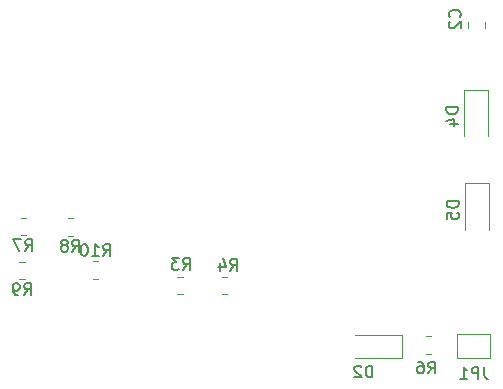
<source format=gbr>
%TF.GenerationSoftware,KiCad,Pcbnew,6.0.11-2627ca5db0~126~ubuntu22.04.1*%
%TF.CreationDate,2023-03-03T22:15:38-05:00*%
%TF.ProjectId,lin-coolant-temperature,6c696e2d-636f-46f6-9c61-6e742d74656d,1.0*%
%TF.SameCoordinates,Original*%
%TF.FileFunction,Legend,Bot*%
%TF.FilePolarity,Positive*%
%FSLAX46Y46*%
G04 Gerber Fmt 4.6, Leading zero omitted, Abs format (unit mm)*
G04 Created by KiCad (PCBNEW 6.0.11-2627ca5db0~126~ubuntu22.04.1) date 2023-03-03 22:15:38*
%MOMM*%
%LPD*%
G01*
G04 APERTURE LIST*
%ADD10C,0.150000*%
%ADD11C,0.120000*%
G04 APERTURE END LIST*
D10*
%TO.C,R6*%
X217696666Y-97182380D02*
X218030000Y-96706190D01*
X218268095Y-97182380D02*
X218268095Y-96182380D01*
X217887142Y-96182380D01*
X217791904Y-96230000D01*
X217744285Y-96277619D01*
X217696666Y-96372857D01*
X217696666Y-96515714D01*
X217744285Y-96610952D01*
X217791904Y-96658571D01*
X217887142Y-96706190D01*
X218268095Y-96706190D01*
X216839523Y-96182380D02*
X217030000Y-96182380D01*
X217125238Y-96230000D01*
X217172857Y-96277619D01*
X217268095Y-96420476D01*
X217315714Y-96610952D01*
X217315714Y-96991904D01*
X217268095Y-97087142D01*
X217220476Y-97134761D01*
X217125238Y-97182380D01*
X216934761Y-97182380D01*
X216839523Y-97134761D01*
X216791904Y-97087142D01*
X216744285Y-96991904D01*
X216744285Y-96753809D01*
X216791904Y-96658571D01*
X216839523Y-96610952D01*
X216934761Y-96563333D01*
X217125238Y-96563333D01*
X217220476Y-96610952D01*
X217268095Y-96658571D01*
X217315714Y-96753809D01*
%TO.C,JP1*%
X222398333Y-96642380D02*
X222398333Y-97356666D01*
X222445952Y-97499523D01*
X222541190Y-97594761D01*
X222684047Y-97642380D01*
X222779285Y-97642380D01*
X221922142Y-97642380D02*
X221922142Y-96642380D01*
X221541190Y-96642380D01*
X221445952Y-96690000D01*
X221398333Y-96737619D01*
X221350714Y-96832857D01*
X221350714Y-96975714D01*
X221398333Y-97070952D01*
X221445952Y-97118571D01*
X221541190Y-97166190D01*
X221922142Y-97166190D01*
X220398333Y-97642380D02*
X220969761Y-97642380D01*
X220684047Y-97642380D02*
X220684047Y-96642380D01*
X220779285Y-96785238D01*
X220874523Y-96880476D01*
X220969761Y-96928095D01*
%TO.C,D2*%
X212958095Y-97522380D02*
X212958095Y-96522380D01*
X212720000Y-96522380D01*
X212577142Y-96570000D01*
X212481904Y-96665238D01*
X212434285Y-96760476D01*
X212386666Y-96950952D01*
X212386666Y-97093809D01*
X212434285Y-97284285D01*
X212481904Y-97379523D01*
X212577142Y-97474761D01*
X212720000Y-97522380D01*
X212958095Y-97522380D01*
X212005714Y-96617619D02*
X211958095Y-96570000D01*
X211862857Y-96522380D01*
X211624761Y-96522380D01*
X211529523Y-96570000D01*
X211481904Y-96617619D01*
X211434285Y-96712857D01*
X211434285Y-96808095D01*
X211481904Y-96950952D01*
X212053333Y-97522380D01*
X211434285Y-97522380D01*
%TO.C,R3*%
X196916666Y-88402380D02*
X197250000Y-87926190D01*
X197488095Y-88402380D02*
X197488095Y-87402380D01*
X197107142Y-87402380D01*
X197011904Y-87450000D01*
X196964285Y-87497619D01*
X196916666Y-87592857D01*
X196916666Y-87735714D01*
X196964285Y-87830952D01*
X197011904Y-87878571D01*
X197107142Y-87926190D01*
X197488095Y-87926190D01*
X196583333Y-87402380D02*
X195964285Y-87402380D01*
X196297619Y-87783333D01*
X196154761Y-87783333D01*
X196059523Y-87830952D01*
X196011904Y-87878571D01*
X195964285Y-87973809D01*
X195964285Y-88211904D01*
X196011904Y-88307142D01*
X196059523Y-88354761D01*
X196154761Y-88402380D01*
X196440476Y-88402380D01*
X196535714Y-88354761D01*
X196583333Y-88307142D01*
%TO.C,R7*%
X183566666Y-86827380D02*
X183900000Y-86351190D01*
X184138095Y-86827380D02*
X184138095Y-85827380D01*
X183757142Y-85827380D01*
X183661904Y-85875000D01*
X183614285Y-85922619D01*
X183566666Y-86017857D01*
X183566666Y-86160714D01*
X183614285Y-86255952D01*
X183661904Y-86303571D01*
X183757142Y-86351190D01*
X184138095Y-86351190D01*
X183233333Y-85827380D02*
X182566666Y-85827380D01*
X182995238Y-86827380D01*
%TO.C,R4*%
X200916666Y-88477380D02*
X201250000Y-88001190D01*
X201488095Y-88477380D02*
X201488095Y-87477380D01*
X201107142Y-87477380D01*
X201011904Y-87525000D01*
X200964285Y-87572619D01*
X200916666Y-87667857D01*
X200916666Y-87810714D01*
X200964285Y-87905952D01*
X201011904Y-87953571D01*
X201107142Y-88001190D01*
X201488095Y-88001190D01*
X200059523Y-87810714D02*
X200059523Y-88477380D01*
X200297619Y-87429761D02*
X200535714Y-88144047D01*
X199916666Y-88144047D01*
%TO.C,C2*%
X220332142Y-67008333D02*
X220379761Y-66960714D01*
X220427380Y-66817857D01*
X220427380Y-66722619D01*
X220379761Y-66579761D01*
X220284523Y-66484523D01*
X220189285Y-66436904D01*
X219998809Y-66389285D01*
X219855952Y-66389285D01*
X219665476Y-66436904D01*
X219570238Y-66484523D01*
X219475000Y-66579761D01*
X219427380Y-66722619D01*
X219427380Y-66817857D01*
X219475000Y-66960714D01*
X219522619Y-67008333D01*
X219522619Y-67389285D02*
X219475000Y-67436904D01*
X219427380Y-67532142D01*
X219427380Y-67770238D01*
X219475000Y-67865476D01*
X219522619Y-67913095D01*
X219617857Y-67960714D01*
X219713095Y-67960714D01*
X219855952Y-67913095D01*
X220427380Y-67341666D01*
X220427380Y-67960714D01*
%TO.C,R8*%
X187541666Y-86877380D02*
X187875000Y-86401190D01*
X188113095Y-86877380D02*
X188113095Y-85877380D01*
X187732142Y-85877380D01*
X187636904Y-85925000D01*
X187589285Y-85972619D01*
X187541666Y-86067857D01*
X187541666Y-86210714D01*
X187589285Y-86305952D01*
X187636904Y-86353571D01*
X187732142Y-86401190D01*
X188113095Y-86401190D01*
X186970238Y-86305952D02*
X187065476Y-86258333D01*
X187113095Y-86210714D01*
X187160714Y-86115476D01*
X187160714Y-86067857D01*
X187113095Y-85972619D01*
X187065476Y-85925000D01*
X186970238Y-85877380D01*
X186779761Y-85877380D01*
X186684523Y-85925000D01*
X186636904Y-85972619D01*
X186589285Y-86067857D01*
X186589285Y-86115476D01*
X186636904Y-86210714D01*
X186684523Y-86258333D01*
X186779761Y-86305952D01*
X186970238Y-86305952D01*
X187065476Y-86353571D01*
X187113095Y-86401190D01*
X187160714Y-86496428D01*
X187160714Y-86686904D01*
X187113095Y-86782142D01*
X187065476Y-86829761D01*
X186970238Y-86877380D01*
X186779761Y-86877380D01*
X186684523Y-86829761D01*
X186636904Y-86782142D01*
X186589285Y-86686904D01*
X186589285Y-86496428D01*
X186636904Y-86401190D01*
X186684523Y-86353571D01*
X186779761Y-86305952D01*
%TO.C,D5*%
X220252380Y-82611904D02*
X219252380Y-82611904D01*
X219252380Y-82850000D01*
X219300000Y-82992857D01*
X219395238Y-83088095D01*
X219490476Y-83135714D01*
X219680952Y-83183333D01*
X219823809Y-83183333D01*
X220014285Y-83135714D01*
X220109523Y-83088095D01*
X220204761Y-82992857D01*
X220252380Y-82850000D01*
X220252380Y-82611904D01*
X219252380Y-84088095D02*
X219252380Y-83611904D01*
X219728571Y-83564285D01*
X219680952Y-83611904D01*
X219633333Y-83707142D01*
X219633333Y-83945238D01*
X219680952Y-84040476D01*
X219728571Y-84088095D01*
X219823809Y-84135714D01*
X220061904Y-84135714D01*
X220157142Y-84088095D01*
X220204761Y-84040476D01*
X220252380Y-83945238D01*
X220252380Y-83707142D01*
X220204761Y-83611904D01*
X220157142Y-83564285D01*
%TO.C,R9*%
X183466666Y-90552380D02*
X183800000Y-90076190D01*
X184038095Y-90552380D02*
X184038095Y-89552380D01*
X183657142Y-89552380D01*
X183561904Y-89600000D01*
X183514285Y-89647619D01*
X183466666Y-89742857D01*
X183466666Y-89885714D01*
X183514285Y-89980952D01*
X183561904Y-90028571D01*
X183657142Y-90076190D01*
X184038095Y-90076190D01*
X182990476Y-90552380D02*
X182800000Y-90552380D01*
X182704761Y-90504761D01*
X182657142Y-90457142D01*
X182561904Y-90314285D01*
X182514285Y-90123809D01*
X182514285Y-89742857D01*
X182561904Y-89647619D01*
X182609523Y-89600000D01*
X182704761Y-89552380D01*
X182895238Y-89552380D01*
X182990476Y-89600000D01*
X183038095Y-89647619D01*
X183085714Y-89742857D01*
X183085714Y-89980952D01*
X183038095Y-90076190D01*
X182990476Y-90123809D01*
X182895238Y-90171428D01*
X182704761Y-90171428D01*
X182609523Y-90123809D01*
X182561904Y-90076190D01*
X182514285Y-89980952D01*
%TO.C,R10*%
X190167857Y-87227380D02*
X190501190Y-86751190D01*
X190739285Y-87227380D02*
X190739285Y-86227380D01*
X190358333Y-86227380D01*
X190263095Y-86275000D01*
X190215476Y-86322619D01*
X190167857Y-86417857D01*
X190167857Y-86560714D01*
X190215476Y-86655952D01*
X190263095Y-86703571D01*
X190358333Y-86751190D01*
X190739285Y-86751190D01*
X189215476Y-87227380D02*
X189786904Y-87227380D01*
X189501190Y-87227380D02*
X189501190Y-86227380D01*
X189596428Y-86370238D01*
X189691666Y-86465476D01*
X189786904Y-86513095D01*
X188596428Y-86227380D02*
X188501190Y-86227380D01*
X188405952Y-86275000D01*
X188358333Y-86322619D01*
X188310714Y-86417857D01*
X188263095Y-86608333D01*
X188263095Y-86846428D01*
X188310714Y-87036904D01*
X188358333Y-87132142D01*
X188405952Y-87179761D01*
X188501190Y-87227380D01*
X188596428Y-87227380D01*
X188691666Y-87179761D01*
X188739285Y-87132142D01*
X188786904Y-87036904D01*
X188834523Y-86846428D01*
X188834523Y-86608333D01*
X188786904Y-86417857D01*
X188739285Y-86322619D01*
X188691666Y-86275000D01*
X188596428Y-86227380D01*
%TO.C,D4*%
X220202380Y-74661904D02*
X219202380Y-74661904D01*
X219202380Y-74900000D01*
X219250000Y-75042857D01*
X219345238Y-75138095D01*
X219440476Y-75185714D01*
X219630952Y-75233333D01*
X219773809Y-75233333D01*
X219964285Y-75185714D01*
X220059523Y-75138095D01*
X220154761Y-75042857D01*
X220202380Y-74900000D01*
X220202380Y-74661904D01*
X219535714Y-76090476D02*
X220202380Y-76090476D01*
X219154761Y-75852380D02*
X219869047Y-75614285D01*
X219869047Y-76233333D01*
D11*
%TO.C,R6*%
X217502936Y-94035000D02*
X217957064Y-94035000D01*
X217502936Y-95505000D02*
X217957064Y-95505000D01*
%TO.C,JP1*%
X222950000Y-95860000D02*
X222950000Y-93860000D01*
X220150000Y-93860000D02*
X220150000Y-95860000D01*
X220150000Y-95860000D02*
X222950000Y-95860000D01*
X222950000Y-93860000D02*
X220150000Y-93860000D01*
%TO.C,D2*%
X215420000Y-93890000D02*
X215420000Y-95890000D01*
X215420000Y-93890000D02*
X211520000Y-93890000D01*
X215420000Y-95890000D02*
X211520000Y-95890000D01*
%TO.C,R3*%
X196422936Y-89015000D02*
X196877064Y-89015000D01*
X196422936Y-90485000D02*
X196877064Y-90485000D01*
%TO.C,R7*%
X183172936Y-83990000D02*
X183627064Y-83990000D01*
X183172936Y-85460000D02*
X183627064Y-85460000D01*
%TO.C,R4*%
X200652064Y-89015000D02*
X200197936Y-89015000D01*
X200652064Y-90485000D02*
X200197936Y-90485000D01*
%TO.C,C2*%
X222510000Y-67973752D02*
X222510000Y-67451248D01*
X221040000Y-67973752D02*
X221040000Y-67451248D01*
%TO.C,R8*%
X187147936Y-85510000D02*
X187602064Y-85510000D01*
X187147936Y-84040000D02*
X187602064Y-84040000D01*
%TO.C,D5*%
X222800000Y-81100000D02*
X222800000Y-85000000D01*
X220800000Y-81100000D02*
X220800000Y-85000000D01*
X220800000Y-81100000D02*
X222800000Y-81100000D01*
%TO.C,R9*%
X183072936Y-87715000D02*
X183527064Y-87715000D01*
X183072936Y-89185000D02*
X183527064Y-89185000D01*
%TO.C,R10*%
X189752064Y-89160000D02*
X189297936Y-89160000D01*
X189752064Y-87690000D02*
X189297936Y-87690000D01*
%TO.C,D4*%
X220750000Y-73150000D02*
X222750000Y-73150000D01*
X222750000Y-73150000D02*
X222750000Y-77050000D01*
X220750000Y-73150000D02*
X220750000Y-77050000D01*
%TD*%
M02*

</source>
